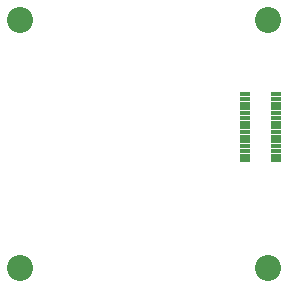
<source format=gts>
G04*
G04 #@! TF.GenerationSoftware,Altium Limited,Altium Designer,19.1.1 (5)*
G04*
G04 Layer_Color=8388736*
%FSLAX25Y25*%
%MOIN*%
G70*
G01*
G75*
%ADD13R,0.03280X0.01706*%
%ADD14C,0.08674*%
D13*
X93217Y43807D02*
D03*
X82783D02*
D03*
X93217Y45382D02*
D03*
X82783D02*
D03*
X93217Y46957D02*
D03*
X82783D02*
D03*
X93217Y48532D02*
D03*
X82783D02*
D03*
X93217Y50107D02*
D03*
X82783D02*
D03*
X93217Y51681D02*
D03*
X82783D02*
D03*
X93217Y53256D02*
D03*
X82783D02*
D03*
X93217Y54831D02*
D03*
X82783D02*
D03*
X93217Y56406D02*
D03*
X82783D02*
D03*
X93217Y57981D02*
D03*
X82783D02*
D03*
X93217Y59555D02*
D03*
X82783D02*
D03*
X93217Y61130D02*
D03*
X82783D02*
D03*
X93217Y62705D02*
D03*
X82783D02*
D03*
X93217Y64280D02*
D03*
X82783D02*
D03*
X93217Y65855D02*
D03*
X82783D02*
D03*
D14*
X90551Y7874D02*
D03*
Y90551D02*
D03*
X7874Y7874D02*
D03*
Y90551D02*
D03*
M02*

</source>
